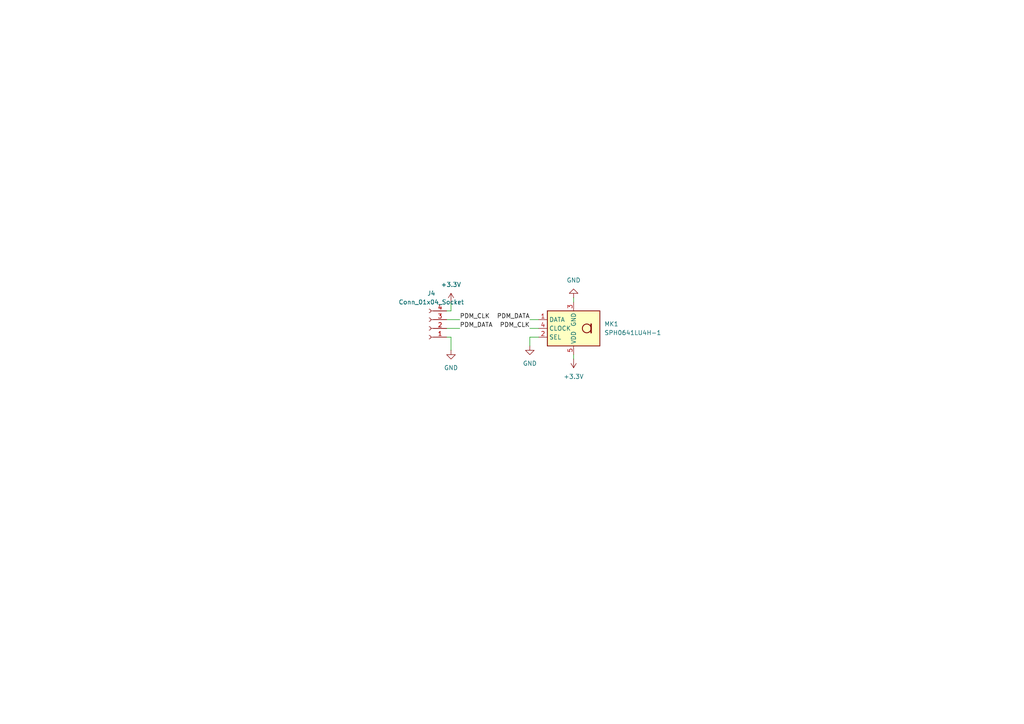
<source format=kicad_sch>
(kicad_sch (version 20250114) (generator "eeschema") (generator_version "9.0")
  (paper "A4")
  (lib_symbols
    (symbol "Connector:Conn_01x04_Socket" (pin_names (offset 1.016) (hide yes))
      (property "Reference" "J" (at 0 5.08 0))
      (property "Value" "Conn_01x04_Socket" (at 0 -7.62 0))
      (symbol "Conn_01x04_Socket_1_1"
        (polyline (pts (xy -1.27 2.54) (xy -0.508 2.54)) (stroke (width 0.1524)))
        (polyline (pts (xy -1.27 0) (xy -0.508 0)) (stroke (width 0.1524)))
        (polyline (pts (xy -1.27 -2.54) (xy -0.508 -2.54)) (stroke (width 0.1524)))
        (polyline (pts (xy -1.27 -5.08) (xy -0.508 -5.08)) (stroke (width 0.1524)))
        (arc (start 0 2.032) (mid -0.5058 2.54) (end 0 3.048) (stroke (width 0.1524)))
        (arc (start 0 -0.508) (mid -0.5058 0) (end 0 0.508) (stroke (width 0.1524)))
        (arc (start 0 -3.048) (mid -0.5058 -2.54) (end 0 -2.032) (stroke (width 0.1524)))
        (arc (start 0 -5.588) (mid -0.5058 -5.08) (end 0 -4.572) (stroke (width 0.1524)))
        (pin passive line (at -5.08 2.54 0) (length 3.81) (name "Pin_1") (number "1"))
        (pin passive line (at -5.08 0 0) (length 3.81) (name "Pin_2") (number "2"))
        (pin passive line (at -5.08 -2.54 0) (length 3.81) (name "Pin_3") (number "3"))
        (pin passive line (at -5.08 -5.08 0) (length 3.81) (name "Pin_4") (number "4"))
      )
    )
    (symbol "Sensor_Audio:SPH0641LU4H-1"
      (property "Reference" "MK" (at 5.08 6.35 0))
      (property "Value" "SPH0641LU4H-1" (at 8.89 -6.35 0))
      (symbol "SPH0641LU4H-1_1_1"
        (rectangle (start -7.62 5.08) (end 7.62 -5.08) (stroke (width 0.254)) (fill (type background)))
        (polyline (pts (xy -5.08 1.27) (xy -5.08 -1.27)) (stroke (width 0.381)))
        (circle (center -3.81 0) (radius 1.27) (stroke (width 0.254)))
        (pin power_in line (at 0 7.62 270) (length 2.54) (name "VDD") (number "5"))
        (pin power_in line (at 0 -7.62 90) (length 2.54) (name "GND") (number "3"))
        (pin input line (at 10.16 2.54 180) (length 2.54) (name "SEL") (number "2"))
        (pin input line (at 10.16 0 180) (length 2.54) (name "CLOCK") (number "4"))
        (pin output line (at 10.16 -2.54 180) (length 2.54) (name "DATA") (number "1"))
      )
    )
    (symbol "power:+3.3V" (power) (pin_numbers (hide yes)) (pin_names (offset 0) (hide yes))
      (property "Value" "+3.3V" (at 0 3.556 0))
      (symbol "+3.3V_0_1"
        (polyline (pts (xy -0.762 1.27) (xy 0 2.54)))
        (polyline (pts (xy 0 2.54) (xy 0.762 1.27)))
        (polyline (pts (xy 0 0) (xy 0 2.54)))
      )
      (symbol "+3.3V_1_1"
        (pin power_in line (at 0 0 90) (length 0) (name "~") (number "1"))
      )
    )
    (symbol "power:GND" (power) (pin_numbers (hide yes)) (pin_names (offset 0) (hide yes))
      (property "Value" "GND" (at 0 -3.81 0))
      (symbol "GND_0_1"
        (polyline (pts (xy 0 0) (xy 0 -1.27) (xy 1.27 -1.27) (xy 0 -2.54) (xy -1.27 -1.27) (xy 0 -1.27)))
      )
      (symbol "GND_1_1"
        (pin power_in line (at 0 0 270) (length 0) (name "~") (number "1"))
      )
    )
  )
  (wire (pts (xy 153.67 92.71) (xy 156.21 92.71)))
  (wire (pts (xy 153.67 95.25) (xy 156.21 95.25)))
  (wire (pts (xy 153.67 100.33) (xy 153.67 97.79)))
  (wire (pts (xy 133.35 95.25) (xy 129.54 95.25)))
  (wire (pts (xy 166.37 86.36) (xy 166.37 87.63)))
  (wire (pts (xy 166.37 102.87) (xy 166.37 104.14)))
  (wire (pts (xy 153.67 97.79) (xy 156.21 97.79)))
  (wire (pts (xy 130.81 90.17) (xy 129.54 90.17)))
  (wire (pts (xy 130.81 97.79) (xy 129.54 97.79)))
  (wire (pts (xy 130.81 87.63) (xy 130.81 90.17)))
  (wire (pts (xy 130.81 101.6) (xy 130.81 97.79)))
  (wire (pts (xy 133.35 92.71) (xy 129.54 92.71)))
  (label "PDM_CLK" (at 153.67 95.25 180))
  (label "PDM_CLK" (at 133.35 92.71 0))
  (label "PDM_DATA" (at 133.35 95.25 0))
  (label "PDM_DATA" (at 153.67 92.71 180))
  (symbol (lib_id "Sensor_Audio:SPH0641LU4H-1") (at 166.37 95.25 180) (unit 1)
    (property "Reference" "MK1" (at 175.26 93.9799 0) (effects (justify right)))
    (property "Value" "SPH0641LU4H-1" (at 175.26 96.5199 0) (effects (justify right)))
    (property "Footprint" "Sensor_Audio:Knowles_LGA-5_3.5x2.65mm" (effects (hide yes)))
    (property "Datasheet" "https://www.knowles.com/docs/default-source/model-downloads/sph0641lu4h-1-revb.pdf" (effects (hide yes)))
    (property "Description" "Digital MEMS Microphone, LGA-5" (effects (hide yes)))
  )
  (symbol (lib_id "power:GND") (at 130.81 101.6 0) (unit 1)
    (property "Reference" "#PWR016" (effects (hide yes)))
    (property "Value" "GND" (at 130.81 106.68 0))
    (property "Description" "Power symbol creates a global label with name \"GND\" , ground" (effects (hide yes)))
  )
  (symbol (lib_id "power:GND") (at 153.67 100.33 0) (unit 1)
    (property "Reference" "#PWR01" (effects (hide yes)))
    (property "Value" "GND" (at 153.67 105.41 0))
    (property "Description" "Power symbol creates a global label with name \"GND\" , ground" (effects (hide yes)))
  )
  (symbol (lib_id "Connector:Conn_01x04_Socket") (at 124.46 95.25 180) (unit 1)
    (property "Reference" "J4" (at 125.095 85.09 0))
    (property "Value" "Conn_01x04_Socket" (at 125.095 87.63 0))
    (property "Footprint" "Connector_JST:JST_SH_BM04B-SRSS-TB_1x04-1MP_P1.00mm_Vertical" (effects (hide yes)))
    (property "Description" "Generic connector, single row, 01x04, script generated" (effects (hide yes)))
  )
  (symbol (lib_id "power:+3.3V") (at 166.37 104.14 180) (unit 1)
    (property "Reference" "#PWR03" (effects (hide yes)))
    (property "Value" "+3.3V" (at 166.37 109.22 0))
    (property "Description" "Power symbol creates a global label with name \"+3.3V\"" (effects (hide yes)))
  )
  (symbol (lib_id "power:GND") (at 166.37 86.36 180) (unit 1)
    (property "Reference" "#PWR02" (effects (hide yes)))
    (property "Value" "GND" (at 166.37 81.28 0))
    (property "Description" "Power symbol creates a global label with name \"GND\" , ground" (effects (hide yes)))
  )
  (symbol (lib_id "power:+3.3V") (at 130.81 87.63 0) (unit 1)
    (property "Reference" "#PWR017" (effects (hide yes)))
    (property "Value" "+3.3V" (at 130.81 82.55 0))
    (property "Description" "Power symbol creates a global label with name \"+3.3V\"" (effects (hide yes)))
  )
)
</source>
